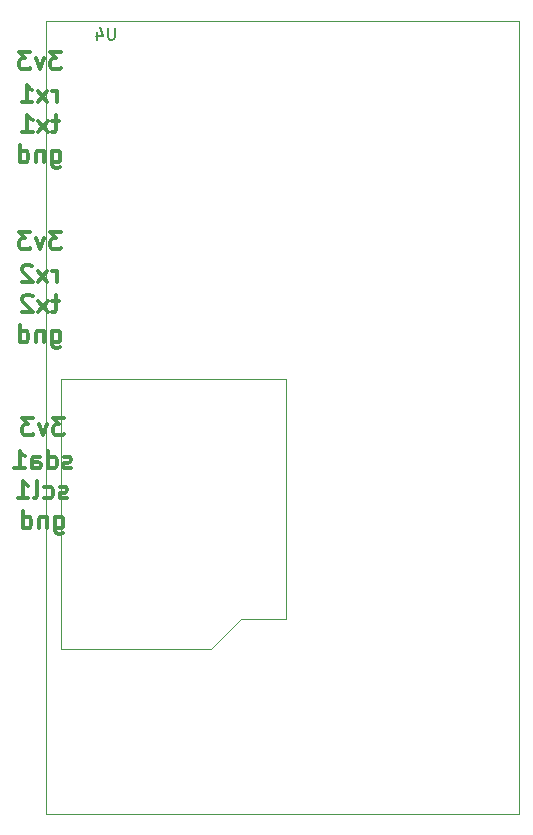
<source format=gbr>
%TF.GenerationSoftware,KiCad,Pcbnew,(5.1.2)-2*%
%TF.CreationDate,2020-09-07T08:08:20+07:00*%
%TF.ProjectId,ai-hw-elec,61692d68-772d-4656-9c65-632e6b696361,rev?*%
%TF.SameCoordinates,Original*%
%TF.FileFunction,Legend,Bot*%
%TF.FilePolarity,Positive*%
%FSLAX46Y46*%
G04 Gerber Fmt 4.6, Leading zero omitted, Abs format (unit mm)*
G04 Created by KiCad (PCBNEW (5.1.2)-2) date 2020-09-07 08:08:20*
%MOMM*%
%LPD*%
G04 APERTURE LIST*
%ADD10C,0.300000*%
%ADD11C,0.120000*%
%ADD12C,0.150000*%
G04 APERTURE END LIST*
D10*
X111259714Y-73346571D02*
X110331142Y-73346571D01*
X110831142Y-73918000D01*
X110616857Y-73918000D01*
X110474000Y-73989428D01*
X110402571Y-74060857D01*
X110331142Y-74203714D01*
X110331142Y-74560857D01*
X110402571Y-74703714D01*
X110474000Y-74775142D01*
X110616857Y-74846571D01*
X111045428Y-74846571D01*
X111188285Y-74775142D01*
X111259714Y-74703714D01*
X109831142Y-73846571D02*
X109474000Y-74846571D01*
X109116857Y-73846571D01*
X108688285Y-73346571D02*
X107759714Y-73346571D01*
X108259714Y-73918000D01*
X108045428Y-73918000D01*
X107902571Y-73989428D01*
X107831142Y-74060857D01*
X107759714Y-74203714D01*
X107759714Y-74560857D01*
X107831142Y-74703714D01*
X107902571Y-74775142D01*
X108045428Y-74846571D01*
X108474000Y-74846571D01*
X108616857Y-74775142D01*
X108688285Y-74703714D01*
X112120857Y-93317142D02*
X111978000Y-93388571D01*
X111692285Y-93388571D01*
X111549428Y-93317142D01*
X111478000Y-93174285D01*
X111478000Y-93102857D01*
X111549428Y-92960000D01*
X111692285Y-92888571D01*
X111906571Y-92888571D01*
X112049428Y-92817142D01*
X112120857Y-92674285D01*
X112120857Y-92602857D01*
X112049428Y-92460000D01*
X111906571Y-92388571D01*
X111692285Y-92388571D01*
X111549428Y-92460000D01*
X110192285Y-93388571D02*
X110192285Y-91888571D01*
X110192285Y-93317142D02*
X110335142Y-93388571D01*
X110620857Y-93388571D01*
X110763714Y-93317142D01*
X110835142Y-93245714D01*
X110906571Y-93102857D01*
X110906571Y-92674285D01*
X110835142Y-92531428D01*
X110763714Y-92460000D01*
X110620857Y-92388571D01*
X110335142Y-92388571D01*
X110192285Y-92460000D01*
X108835142Y-93388571D02*
X108835142Y-92602857D01*
X108906571Y-92460000D01*
X109049428Y-92388571D01*
X109335142Y-92388571D01*
X109478000Y-92460000D01*
X108835142Y-93317142D02*
X108978000Y-93388571D01*
X109335142Y-93388571D01*
X109478000Y-93317142D01*
X109549428Y-93174285D01*
X109549428Y-93031428D01*
X109478000Y-92888571D01*
X109335142Y-92817142D01*
X108978000Y-92817142D01*
X108835142Y-92745714D01*
X107335142Y-93388571D02*
X108192285Y-93388571D01*
X107763714Y-93388571D02*
X107763714Y-91888571D01*
X107906571Y-92102857D01*
X108049428Y-92245714D01*
X108192285Y-92317142D01*
X111799428Y-95857142D02*
X111656571Y-95928571D01*
X111370857Y-95928571D01*
X111228000Y-95857142D01*
X111156571Y-95714285D01*
X111156571Y-95642857D01*
X111228000Y-95500000D01*
X111370857Y-95428571D01*
X111585142Y-95428571D01*
X111728000Y-95357142D01*
X111799428Y-95214285D01*
X111799428Y-95142857D01*
X111728000Y-95000000D01*
X111585142Y-94928571D01*
X111370857Y-94928571D01*
X111228000Y-95000000D01*
X109870857Y-95857142D02*
X110013714Y-95928571D01*
X110299428Y-95928571D01*
X110442285Y-95857142D01*
X110513714Y-95785714D01*
X110585142Y-95642857D01*
X110585142Y-95214285D01*
X110513714Y-95071428D01*
X110442285Y-95000000D01*
X110299428Y-94928571D01*
X110013714Y-94928571D01*
X109870857Y-95000000D01*
X109013714Y-95928571D02*
X109156571Y-95857142D01*
X109228000Y-95714285D01*
X109228000Y-94428571D01*
X107656571Y-95928571D02*
X108513714Y-95928571D01*
X108085142Y-95928571D02*
X108085142Y-94428571D01*
X108228000Y-94642857D01*
X108370857Y-94785714D01*
X108513714Y-94857142D01*
X111513714Y-89094571D02*
X110585142Y-89094571D01*
X111085142Y-89666000D01*
X110870857Y-89666000D01*
X110728000Y-89737428D01*
X110656571Y-89808857D01*
X110585142Y-89951714D01*
X110585142Y-90308857D01*
X110656571Y-90451714D01*
X110728000Y-90523142D01*
X110870857Y-90594571D01*
X111299428Y-90594571D01*
X111442285Y-90523142D01*
X111513714Y-90451714D01*
X110085142Y-89594571D02*
X109728000Y-90594571D01*
X109370857Y-89594571D01*
X108942285Y-89094571D02*
X108013714Y-89094571D01*
X108513714Y-89666000D01*
X108299428Y-89666000D01*
X108156571Y-89737428D01*
X108085142Y-89808857D01*
X108013714Y-89951714D01*
X108013714Y-90308857D01*
X108085142Y-90451714D01*
X108156571Y-90523142D01*
X108299428Y-90594571D01*
X108728000Y-90594571D01*
X108870857Y-90523142D01*
X108942285Y-90451714D01*
X110763714Y-97468571D02*
X110763714Y-98682857D01*
X110835142Y-98825714D01*
X110906571Y-98897142D01*
X111049428Y-98968571D01*
X111263714Y-98968571D01*
X111406571Y-98897142D01*
X110763714Y-98397142D02*
X110906571Y-98468571D01*
X111192285Y-98468571D01*
X111335142Y-98397142D01*
X111406571Y-98325714D01*
X111478000Y-98182857D01*
X111478000Y-97754285D01*
X111406571Y-97611428D01*
X111335142Y-97540000D01*
X111192285Y-97468571D01*
X110906571Y-97468571D01*
X110763714Y-97540000D01*
X110049428Y-97468571D02*
X110049428Y-98468571D01*
X110049428Y-97611428D02*
X109978000Y-97540000D01*
X109835142Y-97468571D01*
X109620857Y-97468571D01*
X109478000Y-97540000D01*
X109406571Y-97682857D01*
X109406571Y-98468571D01*
X108049428Y-98468571D02*
X108049428Y-96968571D01*
X108049428Y-98397142D02*
X108192285Y-98468571D01*
X108478000Y-98468571D01*
X108620857Y-98397142D01*
X108692285Y-98325714D01*
X108763714Y-98182857D01*
X108763714Y-97754285D01*
X108692285Y-97611428D01*
X108620857Y-97540000D01*
X108478000Y-97468571D01*
X108192285Y-97468571D01*
X108049428Y-97540000D01*
X110902571Y-77640571D02*
X110902571Y-76640571D01*
X110902571Y-76926285D02*
X110831142Y-76783428D01*
X110759714Y-76712000D01*
X110616857Y-76640571D01*
X110474000Y-76640571D01*
X110116857Y-77640571D02*
X109331142Y-76640571D01*
X110116857Y-76640571D02*
X109331142Y-77640571D01*
X108831142Y-76283428D02*
X108759714Y-76212000D01*
X108616857Y-76140571D01*
X108259714Y-76140571D01*
X108116857Y-76212000D01*
X108045428Y-76283428D01*
X107974000Y-76426285D01*
X107974000Y-76569142D01*
X108045428Y-76783428D01*
X108902571Y-77640571D01*
X107974000Y-77640571D01*
X111081142Y-79180571D02*
X110509714Y-79180571D01*
X110866857Y-78680571D02*
X110866857Y-79966285D01*
X110795428Y-80109142D01*
X110652571Y-80180571D01*
X110509714Y-80180571D01*
X110152571Y-80180571D02*
X109366857Y-79180571D01*
X110152571Y-79180571D02*
X109366857Y-80180571D01*
X108866857Y-78823428D02*
X108795428Y-78752000D01*
X108652571Y-78680571D01*
X108295428Y-78680571D01*
X108152571Y-78752000D01*
X108081142Y-78823428D01*
X108009714Y-78966285D01*
X108009714Y-79109142D01*
X108081142Y-79323428D01*
X108938285Y-80180571D01*
X108009714Y-80180571D01*
X110509714Y-81720571D02*
X110509714Y-82934857D01*
X110581142Y-83077714D01*
X110652571Y-83149142D01*
X110795428Y-83220571D01*
X111009714Y-83220571D01*
X111152571Y-83149142D01*
X110509714Y-82649142D02*
X110652571Y-82720571D01*
X110938285Y-82720571D01*
X111081142Y-82649142D01*
X111152571Y-82577714D01*
X111224000Y-82434857D01*
X111224000Y-82006285D01*
X111152571Y-81863428D01*
X111081142Y-81792000D01*
X110938285Y-81720571D01*
X110652571Y-81720571D01*
X110509714Y-81792000D01*
X109795428Y-81720571D02*
X109795428Y-82720571D01*
X109795428Y-81863428D02*
X109724000Y-81792000D01*
X109581142Y-81720571D01*
X109366857Y-81720571D01*
X109224000Y-81792000D01*
X109152571Y-81934857D01*
X109152571Y-82720571D01*
X107795428Y-82720571D02*
X107795428Y-81220571D01*
X107795428Y-82649142D02*
X107938285Y-82720571D01*
X108224000Y-82720571D01*
X108366857Y-82649142D01*
X108438285Y-82577714D01*
X108509714Y-82434857D01*
X108509714Y-82006285D01*
X108438285Y-81863428D01*
X108366857Y-81792000D01*
X108224000Y-81720571D01*
X107938285Y-81720571D01*
X107795428Y-81792000D01*
X110509714Y-66480571D02*
X110509714Y-67694857D01*
X110581142Y-67837714D01*
X110652571Y-67909142D01*
X110795428Y-67980571D01*
X111009714Y-67980571D01*
X111152571Y-67909142D01*
X110509714Y-67409142D02*
X110652571Y-67480571D01*
X110938285Y-67480571D01*
X111081142Y-67409142D01*
X111152571Y-67337714D01*
X111224000Y-67194857D01*
X111224000Y-66766285D01*
X111152571Y-66623428D01*
X111081142Y-66552000D01*
X110938285Y-66480571D01*
X110652571Y-66480571D01*
X110509714Y-66552000D01*
X109795428Y-66480571D02*
X109795428Y-67480571D01*
X109795428Y-66623428D02*
X109724000Y-66552000D01*
X109581142Y-66480571D01*
X109366857Y-66480571D01*
X109224000Y-66552000D01*
X109152571Y-66694857D01*
X109152571Y-67480571D01*
X107795428Y-67480571D02*
X107795428Y-65980571D01*
X107795428Y-67409142D02*
X107938285Y-67480571D01*
X108224000Y-67480571D01*
X108366857Y-67409142D01*
X108438285Y-67337714D01*
X108509714Y-67194857D01*
X108509714Y-66766285D01*
X108438285Y-66623428D01*
X108366857Y-66552000D01*
X108224000Y-66480571D01*
X107938285Y-66480571D01*
X107795428Y-66552000D01*
X111259714Y-58106571D02*
X110331142Y-58106571D01*
X110831142Y-58678000D01*
X110616857Y-58678000D01*
X110474000Y-58749428D01*
X110402571Y-58820857D01*
X110331142Y-58963714D01*
X110331142Y-59320857D01*
X110402571Y-59463714D01*
X110474000Y-59535142D01*
X110616857Y-59606571D01*
X111045428Y-59606571D01*
X111188285Y-59535142D01*
X111259714Y-59463714D01*
X109831142Y-58606571D02*
X109474000Y-59606571D01*
X109116857Y-58606571D01*
X108688285Y-58106571D02*
X107759714Y-58106571D01*
X108259714Y-58678000D01*
X108045428Y-58678000D01*
X107902571Y-58749428D01*
X107831142Y-58820857D01*
X107759714Y-58963714D01*
X107759714Y-59320857D01*
X107831142Y-59463714D01*
X107902571Y-59535142D01*
X108045428Y-59606571D01*
X108474000Y-59606571D01*
X108616857Y-59535142D01*
X108688285Y-59463714D01*
X111081142Y-63940571D02*
X110509714Y-63940571D01*
X110866857Y-63440571D02*
X110866857Y-64726285D01*
X110795428Y-64869142D01*
X110652571Y-64940571D01*
X110509714Y-64940571D01*
X110152571Y-64940571D02*
X109366857Y-63940571D01*
X110152571Y-63940571D02*
X109366857Y-64940571D01*
X108009714Y-64940571D02*
X108866857Y-64940571D01*
X108438285Y-64940571D02*
X108438285Y-63440571D01*
X108581142Y-63654857D01*
X108724000Y-63797714D01*
X108866857Y-63869142D01*
X110902571Y-62400571D02*
X110902571Y-61400571D01*
X110902571Y-61686285D02*
X110831142Y-61543428D01*
X110759714Y-61472000D01*
X110616857Y-61400571D01*
X110474000Y-61400571D01*
X110116857Y-62400571D02*
X109331142Y-61400571D01*
X110116857Y-61400571D02*
X109331142Y-62400571D01*
X107974000Y-62400571D02*
X108831142Y-62400571D01*
X108402571Y-62400571D02*
X108402571Y-60900571D01*
X108545428Y-61114857D01*
X108688285Y-61257714D01*
X108831142Y-61329142D01*
D11*
%TO.C,U4*%
X109982000Y-55482000D02*
X150082000Y-55482000D01*
X150082000Y-122682000D02*
X150082000Y-55482000D01*
X109982000Y-122682000D02*
X150082000Y-122682000D01*
X109982000Y-122682000D02*
X109982000Y-55482000D01*
X111252000Y-108712000D02*
X123952000Y-108712000D01*
X123952000Y-108712000D02*
X126492000Y-106172000D01*
X126492000Y-106172000D02*
X130302000Y-106172000D01*
X130302000Y-106172000D02*
X130302000Y-85852000D01*
X130302000Y-85852000D02*
X111252000Y-85852000D01*
X111252000Y-85852000D02*
X111252000Y-108712000D01*
D12*
X115823904Y-56094380D02*
X115823904Y-56903904D01*
X115776285Y-56999142D01*
X115728666Y-57046761D01*
X115633428Y-57094380D01*
X115442952Y-57094380D01*
X115347714Y-57046761D01*
X115300095Y-56999142D01*
X115252476Y-56903904D01*
X115252476Y-56094380D01*
X114347714Y-56427714D02*
X114347714Y-57094380D01*
X114585809Y-56046761D02*
X114823904Y-56761047D01*
X114204857Y-56761047D01*
%TD*%
M02*

</source>
